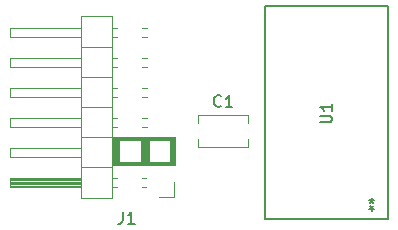
<source format=gbr>
%TF.GenerationSoftware,KiCad,Pcbnew,9.0.0*%
%TF.CreationDate,2025-09-30T20:54:45+02:00*%
%TF.ProjectId,hcms_pmod,68636d73-5f70-46d6-9f64-2e6b69636164,rev?*%
%TF.SameCoordinates,Original*%
%TF.FileFunction,Legend,Top*%
%TF.FilePolarity,Positive*%
%FSLAX46Y46*%
G04 Gerber Fmt 4.6, Leading zero omitted, Abs format (unit mm)*
G04 Created by KiCad (PCBNEW 9.0.0) date 2025-09-30 20:54:45*
%MOMM*%
%LPD*%
G01*
G04 APERTURE LIST*
%ADD10C,0.150000*%
%ADD11C,0.120000*%
%ADD12C,0.400000*%
%ADD13C,0.800000*%
%ADD14C,0.300000*%
%ADD15C,0.152400*%
G04 APERTURE END LIST*
D10*
X115316666Y-116779819D02*
X115316666Y-117494104D01*
X115316666Y-117494104D02*
X115269047Y-117636961D01*
X115269047Y-117636961D02*
X115173809Y-117732200D01*
X115173809Y-117732200D02*
X115030952Y-117779819D01*
X115030952Y-117779819D02*
X114935714Y-117779819D01*
X116316666Y-117779819D02*
X115745238Y-117779819D01*
X116030952Y-117779819D02*
X116030952Y-116779819D01*
X116030952Y-116779819D02*
X115935714Y-116922676D01*
X115935714Y-116922676D02*
X115840476Y-117017914D01*
X115840476Y-117017914D02*
X115745238Y-117065533D01*
X123633333Y-107809580D02*
X123585714Y-107857200D01*
X123585714Y-107857200D02*
X123442857Y-107904819D01*
X123442857Y-107904819D02*
X123347619Y-107904819D01*
X123347619Y-107904819D02*
X123204762Y-107857200D01*
X123204762Y-107857200D02*
X123109524Y-107761961D01*
X123109524Y-107761961D02*
X123061905Y-107666723D01*
X123061905Y-107666723D02*
X123014286Y-107476247D01*
X123014286Y-107476247D02*
X123014286Y-107333390D01*
X123014286Y-107333390D02*
X123061905Y-107142914D01*
X123061905Y-107142914D02*
X123109524Y-107047676D01*
X123109524Y-107047676D02*
X123204762Y-106952438D01*
X123204762Y-106952438D02*
X123347619Y-106904819D01*
X123347619Y-106904819D02*
X123442857Y-106904819D01*
X123442857Y-106904819D02*
X123585714Y-106952438D01*
X123585714Y-106952438D02*
X123633333Y-107000057D01*
X124585714Y-107904819D02*
X124014286Y-107904819D01*
X124300000Y-107904819D02*
X124300000Y-106904819D01*
X124300000Y-106904819D02*
X124204762Y-107047676D01*
X124204762Y-107047676D02*
X124109524Y-107142914D01*
X124109524Y-107142914D02*
X124014286Y-107190533D01*
X132014819Y-109211904D02*
X132824342Y-109211904D01*
X132824342Y-109211904D02*
X132919580Y-109164285D01*
X132919580Y-109164285D02*
X132967200Y-109116666D01*
X132967200Y-109116666D02*
X133014819Y-109021428D01*
X133014819Y-109021428D02*
X133014819Y-108830952D01*
X133014819Y-108830952D02*
X132967200Y-108735714D01*
X132967200Y-108735714D02*
X132919580Y-108688095D01*
X132919580Y-108688095D02*
X132824342Y-108640476D01*
X132824342Y-108640476D02*
X132014819Y-108640476D01*
X133014819Y-107640476D02*
X133014819Y-108211904D01*
X133014819Y-107926190D02*
X132014819Y-107926190D01*
X132014819Y-107926190D02*
X132157676Y-108021428D01*
X132157676Y-108021428D02*
X132252914Y-108116666D01*
X132252914Y-108116666D02*
X132300533Y-108211904D01*
X136369999Y-116725680D02*
X136369999Y-116487585D01*
X136608094Y-116582823D02*
X136369999Y-116487585D01*
X136369999Y-116487585D02*
X136131904Y-116582823D01*
X136512856Y-116297109D02*
X136369999Y-116487585D01*
X136369999Y-116487585D02*
X136227142Y-116297109D01*
X136370000Y-115635319D02*
X136370000Y-115873414D01*
X136131905Y-115778176D02*
X136370000Y-115873414D01*
X136370000Y-115873414D02*
X136608095Y-115778176D01*
X136227143Y-116063890D02*
X136370000Y-115873414D01*
X136370000Y-115873414D02*
X136512857Y-116063890D01*
D11*
%TO.C,J1*%
X105770000Y-101180000D02*
X111770000Y-101180000D01*
X105770000Y-101940000D02*
X105770000Y-101180000D01*
X105770000Y-103720000D02*
X111770000Y-103720000D01*
X105770000Y-104480000D02*
X105770000Y-103720000D01*
X105770000Y-106260000D02*
X111770000Y-106260000D01*
X105770000Y-107020000D02*
X105770000Y-106260000D01*
X105770000Y-108800000D02*
X111770000Y-108800000D01*
X105770000Y-109560000D02*
X105770000Y-108800000D01*
X105770000Y-111340000D02*
X111770000Y-111340000D01*
X105770000Y-112100000D02*
X105770000Y-111340000D01*
X105770000Y-113880000D02*
X111770000Y-113880000D01*
X105770000Y-114640000D02*
X105770000Y-113880000D01*
X111770000Y-100230000D02*
X111770000Y-115590000D01*
X111770000Y-101940000D02*
X105770000Y-101940000D01*
X111770000Y-104480000D02*
X105770000Y-104480000D01*
X111770000Y-107020000D02*
X105770000Y-107020000D01*
X111770000Y-109560000D02*
X105770000Y-109560000D01*
X111770000Y-112100000D02*
X105770000Y-112100000D01*
X111770000Y-113980000D02*
X105770000Y-113980000D01*
X111770000Y-114100000D02*
X105770000Y-114100000D01*
X111770000Y-114220000D02*
X105770000Y-114220000D01*
X111770000Y-114340000D02*
X105770000Y-114340000D01*
X111770000Y-114460000D02*
X105770000Y-114460000D01*
X111770000Y-114580000D02*
X105770000Y-114580000D01*
X111770000Y-114640000D02*
X105770000Y-114640000D01*
X111770000Y-115590000D02*
X114430000Y-115590000D01*
X114430000Y-100230000D02*
X111770000Y-100230000D01*
X114430000Y-102830000D02*
X111770000Y-102830000D01*
X114430000Y-105370000D02*
X111770000Y-105370000D01*
X114430000Y-107910000D02*
X111770000Y-107910000D01*
X114430000Y-110450000D02*
X111770000Y-110450000D01*
X114430000Y-112990000D02*
X111770000Y-112990000D01*
X114430000Y-115590000D02*
X114430000Y-100230000D01*
D12*
X114660000Y-112660000D02*
X114660000Y-110660000D01*
X114810000Y-112660000D02*
X114810000Y-110660000D01*
D11*
X114827071Y-101180000D02*
X114430000Y-101180000D01*
X114827071Y-101940000D02*
X114430000Y-101940000D01*
X114827071Y-103720000D02*
X114430000Y-103720000D01*
X114827071Y-104480000D02*
X114430000Y-104480000D01*
X114827071Y-106260000D02*
X114430000Y-106260000D01*
X114827071Y-107020000D02*
X114430000Y-107020000D01*
X114827071Y-108800000D02*
X114430000Y-108800000D01*
X114827071Y-109560000D02*
X114430000Y-109560000D01*
X114827071Y-111340000D02*
X114430000Y-111340000D01*
X114827071Y-112100000D02*
X114430000Y-112100000D01*
X114827071Y-113880000D02*
X114430000Y-113880000D01*
X114827071Y-114640000D02*
X114430000Y-114640000D01*
D13*
X117160000Y-112460000D02*
X117160000Y-110810000D01*
D11*
X117300000Y-113880000D02*
X116912929Y-113880000D01*
X117300000Y-114640000D02*
X116912929Y-114640000D01*
X117367071Y-101180000D02*
X116912929Y-101180000D01*
X117367071Y-101940000D02*
X116912929Y-101940000D01*
X117367071Y-103720000D02*
X116912929Y-103720000D01*
X117367071Y-104480000D02*
X116912929Y-104480000D01*
X117367071Y-106260000D02*
X116912929Y-106260000D01*
X117367071Y-107020000D02*
X116912929Y-107020000D01*
X117367071Y-108800000D02*
X116912929Y-108800000D01*
X117367071Y-109560000D02*
X116912929Y-109560000D01*
X117367071Y-111340000D02*
X116912929Y-111340000D01*
X117367071Y-112100000D02*
X116912929Y-112100000D01*
D12*
X119510000Y-112660000D02*
X119510000Y-110660000D01*
D14*
X119610000Y-110610000D02*
X114560000Y-110610000D01*
X119610000Y-112710000D02*
X114560000Y-112710000D01*
D11*
X119680000Y-114260000D02*
X119680000Y-115530000D01*
X119680000Y-115530000D02*
X118410000Y-115530000D01*
X119710000Y-112810000D02*
X114430000Y-112810000D01*
X114430000Y-110450000D01*
X119710000Y-110450000D01*
X119710000Y-112810000D01*
%TO.C,C1*%
X121680000Y-108580000D02*
X121680000Y-109285000D01*
X121680000Y-108580000D02*
X125920000Y-108580000D01*
X121680000Y-110615000D02*
X121680000Y-111320000D01*
X121680000Y-111320000D02*
X125920000Y-111320000D01*
X125920000Y-108580000D02*
X125920000Y-109285000D01*
X125920000Y-110615000D02*
X125920000Y-111320000D01*
D15*
%TO.C,U1*%
X127353000Y-99353000D02*
X127353000Y-117387000D01*
X127353000Y-117387000D02*
X137767000Y-117387000D01*
X137767000Y-99353000D02*
X127353000Y-99353000D01*
X137767000Y-117387000D02*
X137767000Y-99353000D01*
%TD*%
M02*

</source>
